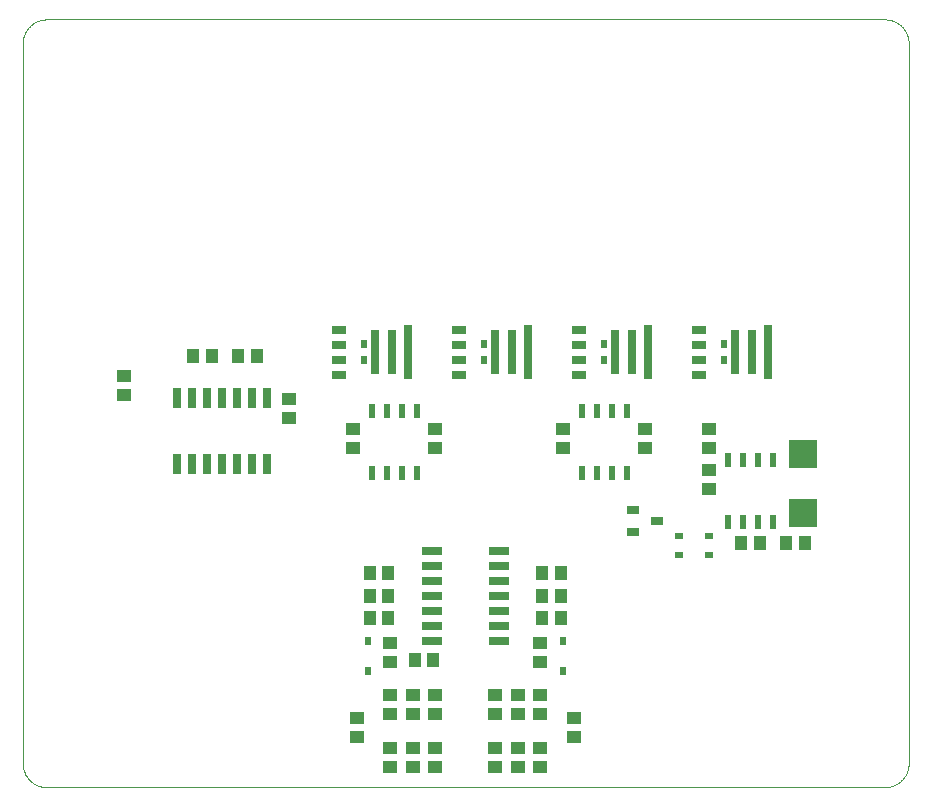
<source format=gtp>
G75*
%MOIN*%
%OFA0B0*%
%FSLAX25Y25*%
%IPPOS*%
%LPD*%
%AMOC8*
5,1,8,0,0,1.08239X$1,22.5*
%
%ADD10C,0.00400*%
%ADD11R,0.04528X0.02756*%
%ADD12R,0.03150X0.14961*%
%ADD13R,0.03150X0.18110*%
%ADD14R,0.01969X0.03150*%
%ADD15R,0.02362X0.05118*%
%ADD16R,0.09449X0.09449*%
%ADD17R,0.05118X0.04331*%
%ADD18R,0.06890X0.02756*%
%ADD19R,0.04331X0.05118*%
%ADD20R,0.02756X0.06890*%
%ADD21R,0.02362X0.03150*%
%ADD22R,0.03150X0.02362*%
%ADD23R,0.03937X0.03150*%
D10*
X0012957Y0087909D02*
X0292485Y0087909D01*
X0292675Y0087911D01*
X0292865Y0087918D01*
X0293055Y0087930D01*
X0293245Y0087946D01*
X0293434Y0087966D01*
X0293623Y0087992D01*
X0293811Y0088021D01*
X0293998Y0088056D01*
X0294184Y0088095D01*
X0294369Y0088138D01*
X0294554Y0088186D01*
X0294737Y0088238D01*
X0294918Y0088294D01*
X0295098Y0088355D01*
X0295277Y0088421D01*
X0295454Y0088490D01*
X0295630Y0088564D01*
X0295803Y0088642D01*
X0295975Y0088725D01*
X0296144Y0088811D01*
X0296312Y0088901D01*
X0296477Y0088996D01*
X0296640Y0089094D01*
X0296800Y0089197D01*
X0296958Y0089303D01*
X0297113Y0089413D01*
X0297266Y0089526D01*
X0297416Y0089644D01*
X0297562Y0089765D01*
X0297706Y0089889D01*
X0297847Y0090017D01*
X0297985Y0090148D01*
X0298120Y0090283D01*
X0298251Y0090421D01*
X0298379Y0090562D01*
X0298503Y0090706D01*
X0298624Y0090852D01*
X0298742Y0091002D01*
X0298855Y0091155D01*
X0298965Y0091310D01*
X0299071Y0091468D01*
X0299174Y0091628D01*
X0299272Y0091791D01*
X0299367Y0091956D01*
X0299457Y0092124D01*
X0299543Y0092293D01*
X0299626Y0092465D01*
X0299704Y0092638D01*
X0299778Y0092814D01*
X0299847Y0092991D01*
X0299913Y0093170D01*
X0299974Y0093350D01*
X0300030Y0093531D01*
X0300082Y0093714D01*
X0300130Y0093899D01*
X0300173Y0094084D01*
X0300212Y0094270D01*
X0300247Y0094457D01*
X0300276Y0094645D01*
X0300302Y0094834D01*
X0300322Y0095023D01*
X0300338Y0095213D01*
X0300350Y0095403D01*
X0300357Y0095593D01*
X0300359Y0095783D01*
X0300359Y0335941D01*
X0300357Y0336131D01*
X0300350Y0336321D01*
X0300338Y0336511D01*
X0300322Y0336701D01*
X0300302Y0336890D01*
X0300276Y0337079D01*
X0300247Y0337267D01*
X0300212Y0337454D01*
X0300173Y0337640D01*
X0300130Y0337825D01*
X0300082Y0338010D01*
X0300030Y0338193D01*
X0299974Y0338374D01*
X0299913Y0338554D01*
X0299847Y0338733D01*
X0299778Y0338910D01*
X0299704Y0339086D01*
X0299626Y0339259D01*
X0299543Y0339431D01*
X0299457Y0339600D01*
X0299367Y0339768D01*
X0299272Y0339933D01*
X0299174Y0340096D01*
X0299071Y0340256D01*
X0298965Y0340414D01*
X0298855Y0340569D01*
X0298742Y0340722D01*
X0298624Y0340872D01*
X0298503Y0341018D01*
X0298379Y0341162D01*
X0298251Y0341303D01*
X0298120Y0341441D01*
X0297985Y0341576D01*
X0297847Y0341707D01*
X0297706Y0341835D01*
X0297562Y0341959D01*
X0297416Y0342080D01*
X0297266Y0342198D01*
X0297113Y0342311D01*
X0296958Y0342421D01*
X0296800Y0342527D01*
X0296640Y0342630D01*
X0296477Y0342728D01*
X0296312Y0342823D01*
X0296144Y0342913D01*
X0295975Y0342999D01*
X0295803Y0343082D01*
X0295630Y0343160D01*
X0295454Y0343234D01*
X0295277Y0343303D01*
X0295098Y0343369D01*
X0294918Y0343430D01*
X0294737Y0343486D01*
X0294554Y0343538D01*
X0294369Y0343586D01*
X0294184Y0343629D01*
X0293998Y0343668D01*
X0293811Y0343703D01*
X0293623Y0343732D01*
X0293434Y0343758D01*
X0293245Y0343778D01*
X0293055Y0343794D01*
X0292865Y0343806D01*
X0292675Y0343813D01*
X0292485Y0343815D01*
X0012957Y0343815D01*
X0012767Y0343813D01*
X0012577Y0343806D01*
X0012387Y0343794D01*
X0012197Y0343778D01*
X0012008Y0343758D01*
X0011819Y0343732D01*
X0011631Y0343703D01*
X0011444Y0343668D01*
X0011258Y0343629D01*
X0011073Y0343586D01*
X0010888Y0343538D01*
X0010705Y0343486D01*
X0010524Y0343430D01*
X0010344Y0343369D01*
X0010165Y0343303D01*
X0009988Y0343234D01*
X0009812Y0343160D01*
X0009639Y0343082D01*
X0009467Y0342999D01*
X0009298Y0342913D01*
X0009130Y0342823D01*
X0008965Y0342728D01*
X0008802Y0342630D01*
X0008642Y0342527D01*
X0008484Y0342421D01*
X0008329Y0342311D01*
X0008176Y0342198D01*
X0008026Y0342080D01*
X0007880Y0341959D01*
X0007736Y0341835D01*
X0007595Y0341707D01*
X0007457Y0341576D01*
X0007322Y0341441D01*
X0007191Y0341303D01*
X0007063Y0341162D01*
X0006939Y0341018D01*
X0006818Y0340872D01*
X0006700Y0340722D01*
X0006587Y0340569D01*
X0006477Y0340414D01*
X0006371Y0340256D01*
X0006268Y0340096D01*
X0006170Y0339933D01*
X0006075Y0339768D01*
X0005985Y0339600D01*
X0005899Y0339431D01*
X0005816Y0339259D01*
X0005738Y0339086D01*
X0005664Y0338910D01*
X0005595Y0338733D01*
X0005529Y0338554D01*
X0005468Y0338374D01*
X0005412Y0338193D01*
X0005360Y0338010D01*
X0005312Y0337825D01*
X0005269Y0337640D01*
X0005230Y0337454D01*
X0005195Y0337267D01*
X0005166Y0337079D01*
X0005140Y0336890D01*
X0005120Y0336701D01*
X0005104Y0336511D01*
X0005092Y0336321D01*
X0005085Y0336131D01*
X0005083Y0335941D01*
X0005083Y0095783D01*
X0005085Y0095593D01*
X0005092Y0095403D01*
X0005104Y0095213D01*
X0005120Y0095023D01*
X0005140Y0094834D01*
X0005166Y0094645D01*
X0005195Y0094457D01*
X0005230Y0094270D01*
X0005269Y0094084D01*
X0005312Y0093899D01*
X0005360Y0093714D01*
X0005412Y0093531D01*
X0005468Y0093350D01*
X0005529Y0093170D01*
X0005595Y0092991D01*
X0005664Y0092814D01*
X0005738Y0092638D01*
X0005816Y0092465D01*
X0005899Y0092293D01*
X0005985Y0092124D01*
X0006075Y0091956D01*
X0006170Y0091791D01*
X0006268Y0091628D01*
X0006371Y0091468D01*
X0006477Y0091310D01*
X0006587Y0091155D01*
X0006700Y0091002D01*
X0006818Y0090852D01*
X0006939Y0090706D01*
X0007063Y0090562D01*
X0007191Y0090421D01*
X0007322Y0090283D01*
X0007457Y0090148D01*
X0007595Y0090017D01*
X0007736Y0089889D01*
X0007880Y0089765D01*
X0008026Y0089644D01*
X0008176Y0089526D01*
X0008329Y0089413D01*
X0008484Y0089303D01*
X0008642Y0089197D01*
X0008802Y0089094D01*
X0008965Y0088996D01*
X0009130Y0088901D01*
X0009298Y0088811D01*
X0009467Y0088725D01*
X0009639Y0088642D01*
X0009812Y0088564D01*
X0009988Y0088490D01*
X0010165Y0088421D01*
X0010344Y0088355D01*
X0010524Y0088294D01*
X0010705Y0088238D01*
X0010888Y0088186D01*
X0011073Y0088138D01*
X0011258Y0088095D01*
X0011444Y0088056D01*
X0011631Y0088021D01*
X0011819Y0087992D01*
X0012008Y0087966D01*
X0012197Y0087946D01*
X0012387Y0087930D01*
X0012577Y0087918D01*
X0012767Y0087911D01*
X0012957Y0087909D01*
D11*
X0110605Y0225409D03*
X0110605Y0230409D03*
X0110605Y0235409D03*
X0110605Y0240409D03*
X0150605Y0240409D03*
X0150605Y0235409D03*
X0150605Y0230409D03*
X0150605Y0225409D03*
X0190605Y0225409D03*
X0190605Y0230409D03*
X0190605Y0235409D03*
X0190605Y0240409D03*
X0230605Y0240409D03*
X0230605Y0235409D03*
X0230605Y0230409D03*
X0230605Y0225409D03*
D12*
X0242514Y0232909D03*
X0248026Y0232909D03*
X0208026Y0232909D03*
X0202514Y0232909D03*
X0168026Y0232909D03*
X0162514Y0232909D03*
X0128026Y0232909D03*
X0122514Y0232909D03*
D13*
X0133538Y0232909D03*
X0173538Y0232909D03*
X0213538Y0232909D03*
X0253538Y0232909D03*
D14*
X0238774Y0230154D03*
X0238774Y0235665D03*
X0198774Y0235665D03*
X0198774Y0230154D03*
X0158774Y0230154D03*
X0158774Y0235665D03*
X0118774Y0235665D03*
X0118774Y0230154D03*
D15*
X0121333Y0213343D03*
X0126333Y0213343D03*
X0131333Y0213343D03*
X0136333Y0213343D03*
X0136333Y0192476D03*
X0131333Y0192476D03*
X0126333Y0192476D03*
X0121333Y0192476D03*
X0191333Y0192476D03*
X0196333Y0192476D03*
X0201333Y0192476D03*
X0206333Y0192476D03*
X0206333Y0213343D03*
X0201333Y0213343D03*
X0196333Y0213343D03*
X0191333Y0213343D03*
X0240083Y0197093D03*
X0245083Y0197093D03*
X0250083Y0197093D03*
X0255083Y0197093D03*
X0255083Y0176226D03*
X0250083Y0176226D03*
X0245083Y0176226D03*
X0240083Y0176226D03*
D16*
X0265083Y0179317D03*
X0265083Y0199002D03*
D17*
X0233833Y0201010D03*
X0233833Y0207309D03*
X0233833Y0193559D03*
X0233833Y0187260D03*
X0212583Y0201010D03*
X0212583Y0207309D03*
X0185083Y0207309D03*
X0185083Y0201010D03*
X0142583Y0201010D03*
X0142583Y0207309D03*
X0115083Y0207309D03*
X0115083Y0201010D03*
X0093833Y0211010D03*
X0093833Y0217309D03*
X0038833Y0218510D03*
X0038833Y0224809D03*
X0127583Y0136059D03*
X0127583Y0129760D03*
X0127583Y0118559D03*
X0127583Y0112260D03*
X0135083Y0112260D03*
X0135083Y0118559D03*
X0142583Y0118559D03*
X0142583Y0112260D03*
X0142583Y0101059D03*
X0142583Y0094760D03*
X0135083Y0094760D03*
X0135083Y0101059D03*
X0127583Y0101059D03*
X0127583Y0094760D03*
X0116333Y0104760D03*
X0116333Y0111059D03*
X0162583Y0112260D03*
X0162583Y0118559D03*
X0170083Y0118559D03*
X0170083Y0112260D03*
X0177583Y0112260D03*
X0177583Y0118559D03*
X0188833Y0111059D03*
X0188833Y0104760D03*
X0177583Y0101059D03*
X0177583Y0094760D03*
X0170083Y0094760D03*
X0170083Y0101059D03*
X0162583Y0101059D03*
X0162583Y0094760D03*
X0177583Y0129760D03*
X0177583Y0136059D03*
D18*
X0163705Y0136659D03*
X0163705Y0141659D03*
X0163705Y0146659D03*
X0163705Y0151659D03*
X0163705Y0156659D03*
X0163705Y0161659D03*
X0163705Y0166659D03*
X0141461Y0166659D03*
X0141461Y0161659D03*
X0141461Y0156659D03*
X0141461Y0151659D03*
X0141461Y0146659D03*
X0141461Y0141659D03*
X0141461Y0136659D03*
D19*
X0141983Y0130409D03*
X0135684Y0130409D03*
X0126983Y0144159D03*
X0120684Y0144159D03*
X0120684Y0151659D03*
X0126983Y0151659D03*
X0126983Y0159159D03*
X0120684Y0159159D03*
X0178184Y0159159D03*
X0184483Y0159159D03*
X0184483Y0151659D03*
X0178184Y0151659D03*
X0178184Y0144159D03*
X0184483Y0144159D03*
X0244434Y0169159D03*
X0250733Y0169159D03*
X0259434Y0169159D03*
X0265733Y0169159D03*
X0083233Y0231659D03*
X0076934Y0231659D03*
X0068233Y0231659D03*
X0061934Y0231659D03*
D20*
X0061333Y0217781D03*
X0056333Y0217781D03*
X0066333Y0217781D03*
X0071333Y0217781D03*
X0076333Y0217781D03*
X0081333Y0217781D03*
X0086333Y0217781D03*
X0086333Y0195537D03*
X0081333Y0195537D03*
X0076333Y0195537D03*
X0071333Y0195537D03*
X0066333Y0195537D03*
X0061333Y0195537D03*
X0056333Y0195537D03*
D21*
X0120083Y0136581D03*
X0120083Y0126738D03*
X0185083Y0126738D03*
X0185083Y0136581D03*
D22*
X0223912Y0165409D03*
X0223912Y0171659D03*
X0233755Y0171659D03*
X0233755Y0165409D03*
D23*
X0216520Y0176659D03*
X0208646Y0172919D03*
X0208646Y0180400D03*
M02*

</source>
